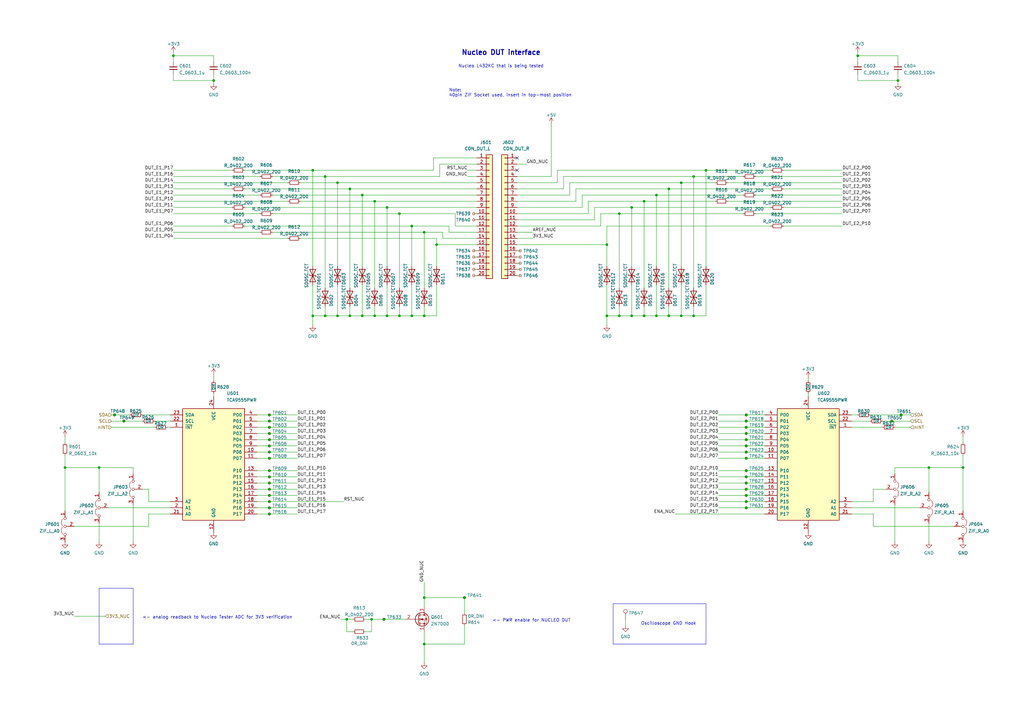
<source format=kicad_sch>
(kicad_sch (version 20231120) (generator "eeschema") (generator_version "8.0")
  (paper "A3")
  (title_block (title "ClickBoard Tester") (date "2023-10-13") (rev "001") (company "Matthias Timo Finding"))
  (junction (at 306.07 175.26))
  (junction (at 148.59 80.01))
  (junction (at 158.75 85.09))
  (junction (at 365.76 172.72))
  (junction (at 110.49 198.12))
  (junction (at 173.99 245.11))
  (junction (at 133.35 129.54))
  (junction (at 264.16 82.55))
  (junction (at 110.49 208.28))
  (junction (at 284.48 72.39))
  (junction (at 306.07 208.28))
  (junction (at 259.08 129.54))
  (junction (at 259.08 85.09))
  (junction (at 269.24 129.54))
  (junction (at 110.49 180.34))
  (junction (at 306.07 198.12))
  (junction (at 50.8 172.72))
  (junction (at 394.97 191.77))
  (junction (at 369.57 170.18))
  (junction (at 254 87.63))
  (junction (at 110.49 193.04))
  (junction (at 279.4 129.54))
  (junction (at 110.49 203.2))
  (junction (at 269.24 80.01))
  (junction (at 138.43 129.54))
  (junction (at 168.91 129.54))
  (junction (at 168.91 92.71))
  (junction (at 157.48 254))
  (junction (at 128.27 129.54))
  (junction (at 148.59 129.54))
  (junction (at 133.35 72.39))
  (junction (at 110.49 177.8))
  (junction (at 110.49 187.96))
  (junction (at 368.3 33.02))
  (junction (at 153.67 129.54))
  (junction (at 143.51 129.54))
  (junction (at 110.49 170.18))
  (junction (at 306.07 187.96))
  (junction (at 306.07 172.72))
  (junction (at 248.92 129.54))
  (junction (at 173.99 264.16))
  (junction (at 110.49 172.72))
  (junction (at 173.99 129.54))
  (junction (at 173.99 95.25))
  (junction (at 381 191.77))
  (junction (at 351.79 22.86))
  (junction (at 110.49 185.42))
  (junction (at 306.07 203.2))
  (junction (at 306.07 170.18))
  (junction (at 254 129.54))
  (junction (at 110.49 182.88))
  (junction (at 158.75 129.54))
  (junction (at 163.83 87.63))
  (junction (at 143.51 77.47))
  (junction (at 142.24 254))
  (junction (at 264.16 129.54))
  (junction (at 306.07 185.42))
  (junction (at 306.07 182.88))
  (junction (at 26.67 191.77))
  (junction (at 274.32 77.47))
  (junction (at 179.07 100.33))
  (junction (at 306.07 177.8))
  (junction (at 306.07 200.66))
  (junction (at 279.4 74.93))
  (junction (at 40.64 191.77))
  (junction (at 128.27 69.85))
  (junction (at 190.5 245.11))
  (junction (at 163.83 129.54))
  (junction (at 110.49 195.58))
  (junction (at 152.4 254))
  (junction (at 71.12 22.86))
  (junction (at 306.07 193.04))
  (junction (at 284.48 129.54))
  (junction (at 138.43 74.93))
  (junction (at 289.56 69.85))
  (junction (at 248.92 100.33))
  (junction (at 110.49 210.82))
  (junction (at 110.49 205.74))
  (junction (at 87.63 33.02))
  (junction (at 306.07 195.58))
  (junction (at 110.49 175.26))
  (junction (at 306.07 205.74))
  (junction (at 46.99 170.18))
  (junction (at 274.32 129.54))
  (junction (at 153.67 82.55))
  (junction (at 306.07 180.34))
  (junction (at 110.49 200.66))
  (no_connect (at 212.09 64.77))
  (no_connect (at 212.09 69.85))
  (wire (pts (xy 233.68 74.93) (xy 279.4 74.93)))
  (wire (pts (xy 158.75 116.84) (xy 158.75 129.54)))
  (wire (pts (xy 163.83 87.63) (xy 163.83 118.11)))
  (wire (pts (xy 157.48 254) (xy 166.37 254)))
  (wire (pts (xy 254 125.73) (xy 254 129.54)))
  (wire (pts (xy 194.31 102.87) (xy 195.58 102.87)))
  (wire (pts (xy 298.45 74.93) (xy 345.44 74.93)))
  (wire (pts (xy 143.51 77.47) (xy 195.58 77.47)))
  (wire (pts (xy 231.14 77.47) (xy 231.14 72.39)))
  (wire (pts (xy 133.35 129.54) (xy 128.27 129.54)))
  (wire (pts (xy 26.67 181.61) (xy 26.67 179.07)))
  (wire (pts (xy 306.07 208.28) (xy 313.69 208.28)))
  (wire (pts (xy 153.67 125.73) (xy 153.67 129.54)))
  (wire (pts (xy 298.45 82.55) (xy 345.44 82.55)))
  (wire (pts (xy 367.03 207.01) (xy 367.03 222.25)))
  (wire (pts (xy 71.12 74.93) (xy 118.11 74.93)))
  (wire (pts (xy 173.99 264.16) (xy 173.99 259.08)))
  (wire (pts (xy 60.96 200.66) (xy 60.96 205.74)))
  (wire (pts (xy 128.27 69.85) (xy 100.33 69.85)))
  (wire (pts (xy 153.67 82.55) (xy 153.67 118.11)))
  (wire (pts (xy 110.49 210.82) (xy 121.92 210.82)))
  (wire (pts (xy 142.24 254) (xy 144.78 254)))
  (wire (pts (xy 306.07 185.42) (xy 313.69 185.42)))
  (wire (pts (xy 163.83 125.73) (xy 163.83 129.54)))
  (wire (pts (xy 68.58 175.26) (xy 69.85 175.26)))
  (wire (pts (xy 351.79 22.86) (xy 351.79 25.4)))
  (wire (pts (xy 381 191.77) (xy 367.03 191.77)))
  (wire (pts (xy 195.58 69.85) (xy 191.77 69.85)))
  (wire (pts (xy 43.18 252.73) (xy 30.48 252.73)))
  (wire (pts (xy 121.92 175.26) (xy 110.49 175.26)))
  (wire (pts (xy 173.99 125.73) (xy 173.99 129.54)))
  (wire (pts (xy 213.36 113.03) (xy 212.09 113.03)))
  (wire (pts (xy 71.12 72.39) (xy 106.68 72.39)))
  (wire (pts (xy 110.49 170.18) (xy 105.41 170.18)))
  (wire (pts (xy 394.97 181.61) (xy 394.97 179.07)))
  (wire (pts (xy 191.77 72.39) (xy 195.58 72.39)))
  (wire (pts (xy 289.56 109.22) (xy 289.56 69.85)))
  (wire (pts (xy 212.09 87.63) (xy 241.3 87.63)))
  (wire (pts (xy 54.61 207.01) (xy 54.61 222.25)))
  (wire (pts (xy 306.07 200.66) (xy 294.64 200.66)))
  (wire (pts (xy 144.78 259.08) (xy 142.24 259.08)))
  (wire (pts (xy 243.84 85.09) (xy 259.08 85.09)))
  (wire (pts (xy 226.06 72.39) (xy 212.09 72.39)))
  (wire (pts (xy 194.31 107.95) (xy 195.58 107.95)))
  (wire (pts (xy 110.49 195.58) (xy 105.41 195.58)))
  (wire (pts (xy 394.97 209.55) (xy 394.97 191.77)))
  (wire (pts (xy 100.33 92.71) (xy 168.91 92.71)))
  (wire (pts (xy 254 129.54) (xy 248.92 129.54)))
  (wire (pts (xy 248.92 100.33) (xy 248.92 109.22)))
  (wire (pts (xy 269.24 116.84) (xy 269.24 129.54)))
  (wire (pts (xy 179.07 100.33) (xy 195.58 100.33)))
  (wire (pts (xy 213.36 105.41) (xy 212.09 105.41)))
  (wire (pts (xy 87.63 25.4) (xy 87.63 22.86)))
  (wire (pts (xy 105.41 200.66) (xy 110.49 200.66)))
  (wire (pts (xy 179.07 116.84) (xy 179.07 129.54)))
  (wire (pts (xy 212.09 97.79) (xy 218.44 97.79)))
  (polyline (pts (xy 40.64 241.3) (xy 54.61 241.3)))
  (wire (pts (xy 306.07 200.66) (xy 313.69 200.66)))
  (wire (pts (xy 194.31 105.41) (xy 195.58 105.41)))
  (wire (pts (xy 381 191.77) (xy 381 201.93)))
  (wire (pts (xy 190.5 245.11) (xy 173.99 245.11)))
  (wire (pts (xy 105.41 185.42) (xy 110.49 185.42)))
  (wire (pts (xy 226.06 50.8) (xy 226.06 72.39)))
  (wire (pts (xy 241.3 82.55) (xy 264.16 82.55)))
  (wire (pts (xy 349.25 172.72) (xy 356.87 172.72)))
  (wire (pts (xy 139.7 254) (xy 142.24 254)))
  (wire (pts (xy 264.16 125.73) (xy 264.16 129.54)))
  (wire (pts (xy 153.67 129.54) (xy 158.75 129.54)))
  (wire (pts (xy 284.48 72.39) (xy 284.48 118.11)))
  (wire (pts (xy 71.12 30.48) (xy 71.12 33.02)))
  (wire (pts (xy 269.24 129.54) (xy 274.32 129.54)))
  (wire (pts (xy 248.92 100.33) (xy 248.92 92.71)))
  (wire (pts (xy 142.24 259.08) (xy 142.24 254)))
  (wire (pts (xy 46.99 170.18) (xy 53.34 170.18)))
  (wire (pts (xy 284.48 129.54) (xy 289.56 129.54)))
  (wire (pts (xy 294.64 195.58) (xy 306.07 195.58)))
  (wire (pts (xy 212.09 92.71) (xy 246.38 92.71)))
  (wire (pts (xy 152.4 254) (xy 149.86 254)))
  (wire (pts (xy 179.07 97.79) (xy 179.07 100.33)))
  (wire (pts (xy 306.07 170.18) (xy 313.69 170.18)))
  (wire (pts (xy 105.41 198.12) (xy 110.49 198.12)))
  (wire (pts (xy 87.63 33.02) (xy 87.63 34.29)))
  (wire (pts (xy 110.49 205.74) (xy 140.97 205.74)))
  (polyline (pts (xy 40.64 264.16) (xy 40.64 241.3)))
  (wire (pts (xy 213.36 102.87) (xy 212.09 102.87)))
  (wire (pts (xy 195.58 92.71) (xy 186.69 92.71)))
  (wire (pts (xy 111.76 80.01) (xy 148.59 80.01)))
  (wire (pts (xy 44.45 208.28) (xy 69.85 208.28)))
  (wire (pts (xy 349.25 175.26) (xy 361.95 175.26)))
  (wire (pts (xy 195.58 97.79) (xy 181.61 97.79)))
  (wire (pts (xy 351.79 21.59) (xy 351.79 22.86)))
  (wire (pts (xy 179.07 100.33) (xy 179.07 109.22)))
  (wire (pts (xy 152.4 259.08) (xy 152.4 254)))
  (wire (pts (xy 284.48 125.73) (xy 284.48 129.54)))
  (wire (pts (xy 213.36 107.95) (xy 212.09 107.95)))
  (wire (pts (xy 264.16 82.55) (xy 293.37 82.55)))
  (wire (pts (xy 195.58 64.77) (xy 177.8 64.77)))
  (wire (pts (xy 87.63 153.67) (xy 87.63 156.21)))
  (wire (pts (xy 168.91 92.71) (xy 168.91 109.22)))
  (wire (pts (xy 133.35 72.39) (xy 133.35 118.11)))
  (wire (pts (xy 394.97 191.77) (xy 394.97 186.69)))
  (wire (pts (xy 143.51 129.54) (xy 138.43 129.54)))
  (wire (pts (xy 212.09 100.33) (xy 248.92 100.33)))
  (wire (pts (xy 236.22 82.55) (xy 236.22 77.47)))
  (wire (pts (xy 212.09 80.01) (xy 233.68 80.01)))
  (wire (pts (xy 105.41 203.2) (xy 110.49 203.2)))
  (wire (pts (xy 105.41 205.74) (xy 110.49 205.74)))
  (wire (pts (xy 168.91 92.71) (xy 184.15 92.71)))
  (wire (pts (xy 58.42 200.66) (xy 60.96 200.66)))
  (wire (pts (xy 105.41 172.72) (xy 110.49 172.72)))
  (wire (pts (xy 264.16 82.55) (xy 264.16 118.11)))
  (wire (pts (xy 194.31 110.49) (xy 195.58 110.49)))
  (wire (pts (xy 40.64 214.63) (xy 40.64 222.25)))
  (wire (pts (xy 63.5 172.72) (xy 69.85 172.72)))
  (wire (pts (xy 368.3 33.02) (xy 368.3 30.48)))
  (wire (pts (xy 177.8 69.85) (xy 128.27 69.85)))
  (wire (pts (xy 306.07 180.34) (xy 294.64 180.34)))
  (wire (pts (xy 149.86 259.08) (xy 152.4 259.08)))
  (wire (pts (xy 215.9 67.31) (xy 212.09 67.31)))
  (wire (pts (xy 105.41 182.88) (xy 110.49 182.88)))
  (wire (pts (xy 306.07 182.88) (xy 313.69 182.88)))
  (wire (pts (xy 168.91 116.84) (xy 168.91 129.54)))
  (wire (pts (xy 256.54 254) (xy 256.54 256.54)))
  (wire (pts (xy 294.64 172.72) (xy 306.07 172.72)))
  (wire (pts (xy 194.31 113.03) (xy 195.58 113.03)))
  (wire (pts (xy 356.87 170.18) (xy 369.57 170.18)))
  (wire (pts (xy 110.49 187.96) (xy 105.41 187.96)))
  (wire (pts (xy 321.31 85.09) (xy 345.44 85.09)))
  (wire (pts (xy 71.12 95.25) (xy 106.68 95.25)))
  (wire (pts (xy 71.12 85.09) (xy 95.25 85.09)))
  (wire (pts (xy 363.22 200.66) (xy 358.14 200.66)))
  (wire (pts (xy 306.07 198.12) (xy 313.69 198.12)))
  (wire (pts (xy 105.41 208.28) (xy 110.49 208.28)))
  (wire (pts (xy 121.92 172.72) (xy 110.49 172.72)))
  (wire (pts (xy 110.49 180.34) (xy 121.92 180.34)))
  (wire (pts (xy 121.92 170.18) (xy 110.49 170.18)))
  (wire (pts (xy 158.75 129.54) (xy 163.83 129.54)))
  (wire (pts (xy 110.49 203.2) (xy 121.92 203.2)))
  (wire (pts (xy 321.31 92.71) (xy 345.44 92.71)))
  (wire (pts (xy 306.07 177.8) (xy 313.69 177.8)))
  (wire (pts (xy 110.49 185.42) (xy 121.92 185.42)))
  (wire (pts (xy 128.27 69.85) (xy 128.27 109.22)))
  (wire (pts (xy 231.14 72.39) (xy 284.48 72.39)))
  (wire (pts (xy 45.72 172.72) (xy 50.8 172.72)))
  (wire (pts (xy 274.32 129.54) (xy 279.4 129.54)))
  (wire (pts (xy 173.99 95.25) (xy 181.61 95.25)))
  (wire (pts (xy 358.14 205.74) (xy 349.25 205.74)))
  (polyline (pts (xy 54.61 241.3) (xy 54.61 264.16)))
  (wire (pts (xy 309.88 72.39) (xy 345.44 72.39)))
  (wire (pts (xy 212.09 77.47) (xy 231.14 77.47)))
  (wire (pts (xy 306.07 208.28) (xy 294.64 208.28)))
  (wire (pts (xy 184.15 95.25) (xy 184.15 92.71)))
  (wire (pts (xy 358.14 210.82) (xy 358.14 215.9)))
  (wire (pts (xy 351.79 30.48) (xy 351.79 33.02)))
  (wire (pts (xy 294.64 175.26) (xy 306.07 175.26)))
  (wire (pts (xy 394.97 191.77) (xy 381 191.77)))
  (wire (pts (xy 367.03 175.26) (xy 373.38 175.26)))
  (wire (pts (xy 228.6 74.93) (xy 228.6 69.85)))
  (wire (pts (xy 110.49 193.04) (xy 105.41 193.04)))
  (wire (pts (xy 143.51 125.73) (xy 143.51 129.54)))
  (wire (pts (xy 358.14 200.66) (xy 358.14 205.74)))
  (wire (pts (xy 138.43 74.93) (xy 195.58 74.93)))
  (wire (pts (xy 306.07 193.04) (xy 313.69 193.04)))
  (wire (pts (xy 173.99 245.11) (xy 173.99 248.92)))
  (wire (pts (xy 123.19 74.93) (xy 138.43 74.93)))
  (wire (pts (xy 138.43 129.54) (xy 133.35 129.54)))
  (wire (pts (xy 190.5 256.54) (xy 190.5 264.16)))
  (wire (pts (xy 369.57 170.18) (xy 373.38 170.18)))
  (wire (pts (xy 274.32 125.73) (xy 274.32 129.54)))
  (wire (pts (xy 289.56 116.84) (xy 289.56 129.54)))
  (wire (pts (xy 289.56 69.85) (xy 316.23 69.85)))
  (wire (pts (xy 128.27 129.54) (xy 128.27 133.35)))
  (wire (pts (xy 351.79 33.02) (xy 368.3 33.02)))
  (wire (pts (xy 368.3 25.4) (xy 368.3 22.86)))
  (wire (pts (xy 306.07 203.2) (xy 313.69 203.2)))
  (wire (pts (xy 269.24 80.01) (xy 304.8 80.01)))
  (wire (pts (xy 306.07 205.74) (xy 294.64 205.74)))
  (polyline (pts (xy 251.46 264.16) (xy 251.46 247.65)))
  (wire (pts (xy 105.41 180.34) (xy 110.49 180.34)))
  (wire (pts (xy 306.07 182.88) (xy 294.64 182.88)))
  (wire (pts (xy 331.47 154.94) (xy 331.47 156.21)))
  (wire (pts (xy 279.4 74.93) (xy 293.37 74.93)))
  (wire (pts (xy 71.12 82.55) (xy 118.11 82.55)))
  (wire (pts (xy 365.76 172.72) (xy 373.38 172.72)))
  (wire (pts (xy 60.96 205.74) (xy 69.85 205.74)))
  (wire (pts (xy 173.99 95.25) (xy 173.99 118.11)))
  (wire (pts (xy 143.51 129.54) (xy 148.59 129.54)))
  (wire (pts (xy 148.59 116.84) (xy 148.59 129.54)))
  (wire (pts (xy 361.95 172.72) (xy 365.76 172.72)))
  (wire (pts (xy 195.58 95.25) (xy 184.15 95.25)))
  (wire (pts (xy 306.07 203.2) (xy 294.64 203.2)))
  (wire (pts (xy 194.31 87.63) (xy 195.58 87.63)))
  (wire (pts (xy 177.8 64.77) (xy 177.8 69.85)))
  (wire (pts (xy 306.07 175.26) (xy 313.69 175.26)))
  (wire (pts (xy 309.88 80.01) (xy 345.44 80.01)))
  (wire (pts (xy 321.31 77.47) (xy 345.44 77.47)))
  (wire (pts (xy 391.16 215.9) (xy 358.14 215.9)))
  (wire (pts (xy 71.12 21.59) (xy 71.12 22.86)))
  (wire (pts (xy 259.08 85.09) (xy 316.23 85.09)))
  (wire (pts (xy 173.99 271.78) (xy 173.99 264.16)))
  (wire (pts (xy 110.49 200.66) (xy 121.92 200.66)))
  (wire (pts (xy 50.8 172.72) (xy 58.42 172.72)))
  (wire (pts (xy 264.16 129.54) (xy 269.24 129.54)))
  (polyline (pts (xy 54.61 264.16) (xy 40.64 264.16)))
  (wire (pts (xy 264.16 129.54) (xy 259.08 129.54)))
  (wire (pts (xy 133.35 125.73) (xy 133.35 129.54)))
  (wire (pts (xy 110.49 182.88) (xy 121.92 182.88)))
  (wire (pts (xy 71.12 33.02) (xy 87.63 33.02)))
  (wire (pts (xy 306.07 172.72) (xy 313.69 172.72)))
  (wire (pts (xy 306.07 187.96) (xy 313.69 187.96)))
  (wire (pts (xy 121.92 198.12) (xy 110.49 198.12)))
  (wire (pts (xy 306.07 205.74) (xy 313.69 205.74)))
  (wire (pts (xy 381 214.63) (xy 381 222.25)))
  (wire (pts (xy 111.76 87.63) (xy 163.83 87.63)))
  (wire (pts (xy 40.64 191.77) (xy 54.61 191.77)))
  (wire (pts (xy 331.47 161.29) (xy 331.47 162.56)))
  (wire (pts (xy 163.83 129.54) (xy 168.91 129.54)))
  (wire (pts (xy 128.27 116.84) (xy 128.27 129.54)))
  (wire (pts (xy 71.12 77.47) (xy 95.25 77.47)))
  (wire (pts (xy 180.34 67.31) (xy 195.58 67.31)))
  (wire (pts (xy 71.12 92.71) (xy 95.25 92.71)))
  (wire (pts (xy 105.41 175.26) (xy 110.49 175.26)))
  (wire (pts (xy 168.91 129.54) (xy 173.99 129.54)))
  (wire (pts (xy 284.48 72.39) (xy 304.8 72.39)))
  (wire (pts (xy 309.88 87.63) (xy 345.44 87.63)))
  (wire (pts (xy 71.12 69.85) (xy 95.25 69.85)))
  (wire (pts (xy 133.35 72.39) (xy 180.34 72.39)))
  (wire (pts (xy 233.68 80.01) (xy 233.68 74.93)))
  (wire (pts (xy 254 118.11) (xy 254 87.63)))
  (wire (pts (xy 148.59 129.54) (xy 153.67 129.54)))
  (wire (pts (xy 26.67 209.55) (xy 26.67 191.77)))
  (wire (pts (xy 349.25 208.28) (xy 377.19 208.28)))
  (wire (pts (xy 123.19 97.79) (xy 179.07 97.79)))
  (wire (pts (xy 246.38 87.63) (xy 254 87.63)))
  (wire (pts (xy 45.72 175.26) (xy 63.5 175.26)))
  (wire (pts (xy 26.67 191.77) (xy 26.67 186.69)))
  (wire (pts (xy 87.63 161.29) (xy 87.63 162.56)))
  (wire (pts (xy 274.32 77.47) (xy 316.23 77.47)))
  (wire (pts (xy 143.51 77.47) (xy 143.51 118.11)))
  (wire (pts (xy 26.67 191.77) (xy 40.64 191.77)))
  (wire (pts (xy 279.4 129.54) (xy 284.48 129.54)))
  (wire (pts (xy 279.4 74.93) (xy 279.4 109.22)))
  (wire (pts (xy 148.59 80.01) (xy 195.58 80.01)))
  (wire (pts (xy 368.3 22.86) (xy 351.79 22.86)))
  (wire (pts (xy 254 87.63) (xy 304.8 87.63)))
  (wire (pts (xy 306.07 180.34) (xy 313.69 180.34)))
  (wire (pts (xy 238.76 80.01) (xy 269.24 80.01)))
  (wire (pts (xy 190.5 264.16) (xy 173.99 264.16)))
  (wire (pts (xy 276.86 210.82) (xy 313.69 210.82)))
  (wire (pts (xy 71.12 97.79) (xy 118.11 97.79)))
  (wire (pts (xy 212.09 85.09) (xy 238.76 85.09)))
  (wire (pts (xy 173.99 129.54) (xy 179.07 129.54)))
  (wire (pts (xy 186.69 92.71) (xy 186.69 87.63)))
  (wire (pts (xy 259.08 116.84) (xy 259.08 129.54)))
  (wire (pts (xy 358.14 210.82) (xy 349.25 210.82)))
  (wire (pts (xy 87.63 22.86) (xy 71.12 22.86)))
  (wire (pts (xy 45.72 170.18) (xy 46.99 170.18)))
  (wire (pts (xy 54.61 194.31) (xy 54.61 191.77)))
  (wire (pts (xy 60.96 210.82) (xy 69.85 210.82)))
  (wire (pts (xy 110.49 187.96) (xy 121.92 187.96)))
  (wire (pts (xy 367.03 194.31) (xy 367.03 191.77)))
  (wire (pts (xy 279.4 116.84) (xy 279.4 129.54)))
  (wire (pts (xy 158.75 85.09) (xy 195.58 85.09)))
  (wire (pts (xy 306.07 177.8) (xy 294.64 177.8)))
  (wire (pts (xy 40.64 191.77) (xy 40.64 201.93)))
  (wire (pts (xy 111.76 72.39) (xy 133.35 72.39)))
  (wire (pts (xy 100.33 77.47) (xy 143.51 77.47)))
  (polyline (pts (xy 251.46 247.65) (xy 289.56 247.65)))
  (wire (pts (xy 306.07 187.96) (xy 294.64 187.96)))
  (wire (pts (xy 105.41 177.8) (xy 110.49 177.8)))
  (wire (pts (xy 243.84 90.17) (xy 243.84 85.09)))
  (wire (pts (xy 110.49 208.28) (xy 121.92 208.28)))
  (wire (pts (xy 138.43 116.84) (xy 138.43 129.54)))
  (wire (pts (xy 158.75 85.09) (xy 158.75 109.22)))
  (wire (pts (xy 71.12 80.01) (xy 106.68 80.01)))
  (wire (pts (xy 100.33 85.09) (xy 158.75 85.09)))
  (wire (pts (xy 248.92 92.71) (xy 316.23 92.71)))
  (wire (pts (xy 173.99 238.76) (xy 173.99 245.11)))
  (wire (pts (xy 274.32 77.47) (xy 274.32 118.11)))
  (wire (pts (xy 153.67 82.55) (xy 195.58 82.55)))
  (wire (pts (xy 30.48 215.9) (xy 60.96 215.9)))
  (polyline (pts (xy 289.56 247.65) (xy 289.56 264.16)))
  (wire (pts (xy 213.36 110.49) (xy 212.09 110.49)))
  (wire (pts (xy 212.09 82.55) (xy 236.22 82.55)))
  (wire (pts (xy 212.09 95.25) (xy 218.44 95.25)))
  (wire (pts (xy 121.92 195.58) (xy 110.49 195.58)))
  (wire (pts (xy 60.96 210.82) (xy 60.96 215.9)))
  (wire (pts (xy 138.43 74.93) (xy 138.43 109.22)))
  (wire (pts (xy 248.92 116.84) (xy 248.92 129.54)))
  (wire (pts (xy 123.19 82.55) (xy 153.67 82.55)))
  (wire (pts (xy 241.3 87.63) (xy 241.3 82.55)))
  (wire (pts (xy 259.08 129.54) (xy 254 129.54)))
  (polyline (pts (xy 289.56 264.16) (xy 251.46 264.16)))
  (wire (pts (xy 259.08 85.09) (xy 259.08 109.22)))
  (wire (pts (xy 306.07 195.58) (xy 313.69 195.58)))
  (wire (pts (xy 152.4 254) (xy 157.48 254)))
  (wire (pts (xy 180.34 72.39) (xy 180.34 67.31)))
  (wire (pts (xy 121.92 193.04) (xy 110.49 193.04)))
  (wire (pts (xy 163.83 87.63) (xy 186.69 87.63)))
  (wire (pts (xy 368.3 33.02) (xy 368.3 34.29)))
  (wire (pts (xy 148.59 80.01) (xy 148.59 109.22)))
  (wire (pts (xy 190.5 251.46) (xy 190.5 245.11)))
  (wire (pts (xy 321.31 69.85) (xy 345.44 69.85)))
  (wire (pts (xy 248.92 129.54) (xy 248.92 133.35)))
  (wire (pts (xy 269.24 80.01) (xy 269.24 109.22)))
  (wire (pts (xy 236.22 77.47) (xy 274.32 77.47)))
  (wire (pts (xy 110.49 210.82) (xy 105.41 210.82)))
  (wire (pts (xy 294.64 193.04) (xy 306.07 193.04)))
  (wire (pts (xy 212.09 74.93) (xy 228.6 74.93)))
  (wire (pts (xy 349.25 170.18) (xy 351.79 170.18)))
  (wire (pts (xy 181.61 97.79) (xy 181.61 95.25)))
  (wire (pts (xy 87.63 33.02) (xy 87.63 30.48)))
  (wire (pts (xy 58.42 170.18) (xy 69.85 170.18)))
  (wire (pts (xy 194.31 90.17) (xy 195.58 90.17)))
  (wire (pts (xy 294.64 170.18) (xy 306.07 170.18)))
  (wire (pts (xy 246.38 92.71) (xy 246.38 87.63)))
  (wire (pts (xy 306.07 185.42) (xy 294.64 185.42)))
  (wire (pts (xy 110.49 177.8) (xy 121.92 177.8)))
  (wire (pts (xy 238.76 85.09) (xy 238.76 80.01)))
  (wire (pts (xy 71.12 87.63) (xy 106.68 87.63)))
  (wire (pts (xy 71.12 22.86) (xy 71.12 25.4)))
  (wire (pts (xy 212.09 90.17) (xy 243.84 90.17)))
  (wire (pts (xy 294.64 198.12) (xy 306.07 198.12)))
  (wire (pts (xy 228.6 69.85) (xy 289.56 69.85)))
  (wire (pts (xy 111.76 95.25) (xy 173.99 95.25)))
  (text "<- analog readback to Nucleo Tester ADC for 3V3 verification\n" (at 58.42 254 0) (effects (font (size 1.27 1.27)) (justify left bottom)))
  (text "Nucleo L432KC that is being tested" (at 187.96 27.94 0) (effects (font (size 1.27 1.27)) (justify left bottom)))
  (text "Oscilloscope GND Hook" (at 262.89 256.54 0) (effects (font (size 1.27 1.27)) (justify left bottom)))
  (text "<- PWR enable for NUCLEO DUT" (at 201.93 255.27 0) (effects (font (size 1.27 1.27)) (justify left bottom)))
  (text "Note:\n40pin ZIF Socket used, insert in top-most position\n " (at 184.15 41.91 0) (effects (font (size 1.27 1.27)) (justify left bottom)))
  (text "Nucleo DUT interface" (at 189.23 22.86 0) (effects (font (size 2 2) (thickness 0.4) (bold yes)) (justify left bottom)))
  (label "DUT_E1_P12" (at 121.92 198.12 0))
  (label "DUT_E1_P11" (at 121.92 195.58 0))
  (label "DUT_E1_P07" (at 71.12 87.63 180))
  (label "DUT_E2_P06" (at 294.64 185.42 180))
  (label "DUT_E1_P11" (at 71.12 85.09 180))
  (label "DUT_E2_P06" (at 345.44 85.09 0))
  (label "DUT_E2_P15" (at 294.64 205.74 180))
  (label "DUT_E2_P12" (at 294.64 198.12 180))
  (label "DUT_E2_P02" (at 345.44 74.93 0))
  (label "ENA_NUC" (at 139.7 254 180))
  (label "DUT_E2_P13" (at 294.64 200.66 180))
  (label "ENA_NUC" (at 276.86 210.82 180))
  (label "DUT_E1_P04" (at 71.12 97.79 180))
  (label "DUT_E2_P14" (at 294.64 203.2 180))
  (label "DUT_E2_P03" (at 345.44 77.47 0))
  (label "DUT_E1_P00" (at 121.92 170.18 0))
  (label "DUT_E1_P07" (at 121.92 187.96 0))
  (label "DUT_E1_P03" (at 121.92 177.8 0))
  (label "DUT_E1_P15" (at 121.92 205.74 0))
  (label "DUT_E1_P01" (at 121.92 172.72 0))
  (label "DUT_E1_P04" (at 121.92 180.34 0))
  (label "DUT_E1_P17" (at 71.12 69.85 180))
  (label "DUT_E2_P10" (at 345.44 92.71 0))
  (label "DUT_E2_P07" (at 294.64 187.96 180))
  (label "DUT_E2_P17" (at 294.64 210.82 180))
  (label "DUT_E1_P05" (at 121.92 182.88 0))
  (label "RST_NUC" (at 140.97 205.74 0))
  (label "DUT_E1_P14" (at 121.92 203.2 0))
  (label "DUT_E2_P03" (at 294.64 177.8 180))
  (label "AREF_NUC" (at 218.44 95.25 0))
  (label "DUT_E2_P04" (at 294.64 180.34 180))
  (label "DUT_E1_P12" (at 71.12 80.01 180))
  (label "DUT_E2_P00" (at 345.44 69.85 0))
  (label "GND_NUC" (at 173.99 238.76 90))
  (label "DUT_E2_P05" (at 345.44 82.55 0))
  (label "DUT_E2_P02" (at 294.64 175.26 180))
  (label "GND_NUC" (at 215.9 67.31 0))
  (label "DUT_E2_P10" (at 294.64 193.04 180))
  (label "DUT_E1_P13" (at 121.92 200.66 0))
  (label "DUT_E1_P13" (at 71.12 77.47 180))
  (label "DUT_E1_P16" (at 121.92 208.28 0))
  (label "DUT_E1_P10" (at 121.92 193.04 0))
  (label "DUT_E2_P01" (at 294.64 172.72 180))
  (label "3V3_NUC" (at 218.44 97.79 0))
  (label "3V3_NUC" (at 30.48 252.73 180))
  (label "DUT_E1_P06" (at 121.92 185.42 0))
  (label "DUT_E1_P06" (at 71.12 92.71 180))
  (label "DUT_E1_P02" (at 121.92 175.26 0))
  (label "DUT_E2_P16" (at 294.64 208.28 180))
  (label "GND_NUC" (at 191.77 72.39 180))
  (label "DUT_E1_P10" (at 71.12 82.55 180))
  (label "DUT_E2_P05" (at 294.64 182.88 180))
  (label "DUT_E2_P07" (at 345.44 87.63 0))
  (label "DUT_E2_P04" (at 345.44 80.01 0))
  (label "DUT_E1_P05" (at 71.12 95.25 180))
  (label "DUT_E2_P00" (at 294.64 170.18 180))
  (label "DUT_E1_P14" (at 71.12 74.93 180))
  (label "DUT_E1_P17" (at 121.92 210.82 0))
  (label "RST_NUC" (at 191.77 69.85 180))
  (label "DUT_E2_P01" (at 345.44 72.39 0))
  (label "DUT_E1_P16" (at 71.12 72.39 180))
  (label "DUT_E2_P11" (at 294.64 195.58 180))
  (hierarchical_label "SDA" (shape input) (at 45.72 170.18 180))
  (hierarchical_label "SDA" (shape input) (at 373.38 170.18 0))
  (hierarchical_label "SCL" (shape input) (at 45.72 172.72 180))
  (hierarchical_label "nINT" (shape input) (at 45.72 175.26 180))
  (hierarchical_label "nINT" (shape input) (at 373.38 175.26 0))
  (hierarchical_label "3V3_NUC" (shape input) (at 43.18 252.73 0))
  (hierarchical_label "SCL" (shape input) (at 373.38 172.72 0))
  (symbol (lib_id "Device:D_TVS") (at 284.48 121.92 90) (unit 1)
    (property "Reference" "D619" (at 287.02 120.65 0) (effects (justify right)))
    (property "Value" "SD05C.TCT" (at 281.94 116.84 0) (effects (justify right)))
    (property "Footprint" "Diode_SMD:D_SOD-323_HandSoldering" (effects (hide yes)))
    (property "LCSC Part #" "C85200" (effects (hide yes)))
  )
  (symbol (lib_id "Connector:TestPoint_Small") (at 306.07 208.28 0) (unit 1)
    (property "Reference" "TP631" (at 307.213 207.3715 0) (effects (justify left)))
    (property "Value" "TestPoint_Small" (effects (hide yes)))
    (property "Footprint" "TestPoint:TestPoint_Pad_D1.0mm" (effects (hide yes)))
  )
  (symbol (lib_id "power:GND") (at 54.61 222.25 0) (unit 1)
    (property "Reference" "#PWR0607" (effects (hide yes)))
    (property "Value" "GND" (at 54.61 226.8125 0))
  )
  (symbol (lib_id "Connector:TestPoint_Small") (at 306.07 172.72 0) (unit 1)
    (property "Reference" "TP618" (at 307.213 171.8115 0) (effects (justify left)))
    (property "Value" "TestPoint_Small" (effects (hide yes)))
    (property "Footprint" "TestPoint:TestPoint_Pad_D1.0mm" (effects (hide yes)))
  )
  (symbol (lib_id "Connector:TestPoint_Small") (at 110.49 175.26 0) (unit 1)
    (property "Reference" "TP603" (at 111.633 174.3515 0) (effects (justify left)))
    (property "Value" "TestPoint_Small" (effects (hide yes)))
    (property "Footprint" "TestPoint:TestPoint_Pad_D1.0mm" (effects (hide yes)))
  )
  (symbol (lib_id "Connector:TestPoint_Small") (at 306.07 205.74 0) (unit 1)
    (property "Reference" "TP630" (at 307.213 204.8315 0) (effects (justify left)))
    (property "Value" "TestPoint_Small" (effects (hide yes)))
    (property "Footprint" "TestPoint:TestPoint_Pad_D1.0mm" (effects (hide yes)))
  )
  (symbol (lib_id "JLCPCB_Resistors_Basic:R_0402_200") (at 307.34 72.39 270) (mirror x) (unit 1)
    (property "Reference" "R617" (at 307.34 67.6869 90))
    (property "Value" "R_0402_200" (at 307.34 70.462 90))
    (property "Footprint" "Resistor_SMD:R_0402_1005Metric" (effects (hide yes)))
    (property "Datasheet" "https://datasheet.lcsc.com/lcsc/2110252230_UNI-ROYAL-Uniroyal-Elec-0402WGF2000TCE_C25087.pdf" (effects (hide yes)))
    (property "LCSC Part #" "C25087" (effects (hide yes)))
  )
  (symbol (lib_id "JLCPCB_Resistors_Basic:R_0603_10k") (at 26.67 184.15 0) (unit 1)
    (property "Reference" "R601" (at 28.1686 183.2415 0) (effects (justify left)))
    (property "Value" "R_0603_10k" (at 28.1686 186.0166 0) (effects (justify left)))
    (property "Footprint" "Resistor_SMD:R_0603_1608Metric" (effects (hide yes)))
    (property "Datasheet" "https://datasheet.lcsc.com/lcsc/2110260030_UNI-ROYAL-Uniroyal-Elec-0603WAF1002T5E_C25804.pdf" (effects (hide yes)))
    (property "LCSC Part #" "C25804" (effects (hide yes)))
  )
  (symbol (lib_id "power:GND") (at 87.63 218.44 0) (unit 1)
    (property "Reference" "#PWR0606" (effects (hide yes)))
    (property "Value" "GND" (at 87.63 223.0025 0))
  )
  (symbol (lib_id "Device:D_TVS") (at 279.4 113.03 90) (unit 1)
    (property "Reference" "D618" (at 281.94 111.76 0) (effects (justify right)))
    (property "Value" "SD05C.TCT" (at 276.86 107.95 0) (effects (justify right)))
    (property "Footprint" "Diode_SMD:D_SOD-323_HandSoldering" (effects (hide yes)))
    (property "LCSC Part #" "C85200" (effects (hide yes)))
  )
  (symbol (lib_id "Connector:TestPoint_Small") (at 194.31 107.95 0) (mirror y) (unit 1)
    (property "Reference" "TP636" (at 193.04 107.95 0) (effects (justify left)))
    (property "Value" "TestPoint_Small" (effects (hide yes)))
    (property "Footprint" "TestPoint:TestPoint_Pad_D1.0mm" (effects (hide yes)))
  )
  (symbol (lib_id "Device:D_TVS") (at 254 121.92 90) (unit 1)
    (property "Reference" "D613" (at 256.54 120.65 0) (effects (justify right)))
    (property "Value" "SD05C.TCT" (at 251.46 116.84 0) (effects (justify right)))
    (property "Footprint" "Diode_SMD:D_SOD-323_HandSoldering" (effects (hide yes)))
    (property "LCSC Part #" "C85200" (effects (hide yes)))
  )
  (symbol (lib_id "Device:D_TVS") (at 148.59 113.03 90) (unit 1)
    (property "Reference" "D605" (at 151.13 111.76 0) (effects (justify right)))
    (property "Value" "SD05C.TCT" (at 146.05 107.95 0) (effects (justify right)))
    (property "Footprint" "Diode_SMD:D_SOD-323_HandSoldering" (effects (hide yes)))
    (property "LCSC Part #" "C85200" (effects (hide yes)))
  )
  (symbol (lib_id "Connector:TestPoint_Small") (at 46.99 170.18 0) (unit 1)
    (property "Reference" "TP648" (at 45.2282 168.6363 0) (effects (justify left)))
    (property "Value" "TestPoint_Small" (effects (hide yes)))
    (property "Footprint" "TestPoint:TestPoint_Pad_D1.0mm" (effects (hide yes)))
  )
  (symbol (lib_id "Device:D_TVS") (at 248.92 113.03 90) (unit 1)
    (property "Reference" "D612" (at 251.46 111.76 0) (effects (justify right)))
    (property "Value" "SD05C.TCT" (at 246.38 107.95 0) (effects (justify right)))
    (property "Footprint" "Diode_SMD:D_SOD-323_HandSoldering" (effects (hide yes)))
    (property "LCSC Part #" "C85200" (effects (hide yes)))
  )
  (symbol (lib_id "power:GND") (at 40.64 222.25 0) (unit 1)
    (property "Reference" "#PWR0603" (effects (hide yes)))
    (property "Value" "GND" (at 40.64 226.8125 0))
  )
  (symbol (lib_id "power:GND") (at 173.99 271.78 0) (unit 1)
    (property "Reference" "#PWR0610" (effects (hide yes)))
    (property "Value" "GND" (at 173.99 276.3425 0))
  )
  (symbol (lib_id "Transistor_FET:2N7000") (at 171.45 254 0) (unit 1)
    (property "Reference" "Q601" (at 176.657 253.0915 0) (effects (justify left)))
    (property "Value" "2N7000" (at 176.657 255.8666 0) (effects (justify left)))
    (property "Footprint" "Package_TO_SOT_THT:TO-92_Inline" (effects (hide yes)))
    (property "Datasheet" "https://www.onsemi.com/pub/Collateral/NDS7002A-D.PDF" (effects (hide yes)))
  )
  (symbol (lib_id "Connector:TestPoint_Small") (at 194.31 113.03 0) (mirror y) (unit 1)
    (property "Reference" "TP638" (at 193.04 113.03 0) (effects (justify left)))
    (property "Value" "TestPoint_Small" (effects (hide yes)))
    (property "Footprint" "TestPoint:TestPoint_Pad_D1.0mm" (effects (hide yes)))
  )
  (symbol (lib_id "Device:D_TVS") (at 158.75 113.03 90) (unit 1)
    (property "Reference" "D607" (at 161.29 111.76 0) (effects (justify right)))
    (property "Value" "SD05C.TCT" (at 156.21 107.95 0) (effects (justify right)))
    (property "Footprint" "Diode_SMD:D_SOD-323_HandSoldering" (effects (hide yes)))
    (property "LCSC Part #" "C85200" (effects (hide yes)))
  )
  (symbol (lib_id "Connector:TestPoint_Small") (at 110.49 200.66 0) (unit 1)
    (property "Reference" "TP612" (at 111.633 199.7515 0) (effects (justify left)))
    (property "Value" "TestPoint_Small" (effects (hide yes)))
    (property "Footprint" "TestPoint:TestPoint_Pad_D1.0mm" (effects (hide yes)))
  )
  (symbol (lib_id "Connector:TestPoint_Small") (at 190.5 245.11 0) (unit 1)
    (property "Reference" "TP641" (at 191.643 244.2015 0) (effects (justify left)))
    (property "Value" "TestPoint_Small" (effects (hide yes)))
    (property "Footprint" "TestPoint:TestPoint_Pad_D1.0mm" (effects (hide yes)))
  )
  (symbol (lib_id "power:GND") (at 368.3 34.29 0) (unit 1)
    (property "Reference" "#PWR0620" (effects (hide yes)))
    (property "Value" "GND" (at 368.3 38.8525 0))
  )
  (symbol (lib_id "Connector:TestPoint_Small") (at 213.36 107.95 0) (unit 1)
    (property "Reference" "TP644" (at 214.63 107.95 0) (effects (justify left)))
    (property "Value" "TestPoint_Small" (effects (hide yes)))
    (property "Footprint" "TestPoint:TestPoint_Pad_D1.0mm" (effects (hide yes)))
  )
  (symbol (lib_id "Jumper:Jumper_3_Open") (at 40.64 208.28 90) (mirror x) (unit 1)
    (property "Reference" "JP602" (at 38.5059 207.3715 90) (effects (justify left)))
    (property "Value" "ZIF_L_A1" (at 38.5059 210.1466 90) (effects (justify left)))
    (property "Footprint" "Jumper:SolderJumper-3_P1.3mm_Open_RoundedPad1.0x1.5mm" (effects (hide yes)))
  )
  (symbol (lib_id "power:GND") (at 256.54 256.54 0) (unit 1)
    (property "Reference" "#PWR0621" (effects (hide yes)))
    (property "Value" "GND" (at 256.54 261.1025 0))
  )
  (symbol (lib_id "JLCPCB_Resistors_Basic:R_0402_200") (at 318.77 92.71 270) (mirror x) (unit 1)
    (property "Reference" "R623" (at 318.77 88.0069 90))
    (property "Value" "R_0402_200" (at 318.77 90.782 90))
    (property "Footprint" "Resistor_SMD:R_0402_1005Metric" (effects (hide yes)))
    (property "Datasheet" "https://datasheet.lcsc.com/lcsc/2110252230_UNI-ROYAL-Uniroyal-Elec-0402WGF2000TCE_C25087.pdf" (effects (hide yes)))
    (property "LCSC Part #" "C25087" (effects (hide yes)))
  )
  (symbol (lib_id "Connector:TestPoint_Small") (at 306.07 180.34 0) (unit 1)
    (property "Reference" "TP621" (at 307.213 179.4315 0) (effects (justify left)))
    (property "Value" "TestPoint_Small" (effects (hide yes)))
    (property "Footprint" "TestPoint:TestPoint_Pad_D1.0mm" (effects (hide yes)))
  )
  (symbol (lib_id "JLCPCB_Resistors_Basic:R_0402_200") (at 109.22 95.25 90) (unit 1)
    (property "Reference" "R609" (at 109.22 90.5469 90))
    (property "Value" "R_0402_200" (at 109.22 93.322 90))
    (property "Footprint" "Resistor_SMD:R_0402_1005Metric" (effects (hide yes)))
    (property "Datasheet" "https://datasheet.lcsc.com/lcsc/2110252230_UNI-ROYAL-Uniroyal-Elec-0402WGF2000TCE_C25087.pdf" (effects (hide yes)))
    (property "LCSC Part #" "C25087" (effects (hide yes)))
  )
  (symbol (lib_id "Connector:TestPoint_Small") (at 110.49 198.12 0) (unit 1)
    (property "Reference" "TP611" (at 111.633 197.2115 0) (effects (justify left)))
    (property "Value" "TestPoint_Small" (effects (hide yes)))
    (property "Footprint" "TestPoint:TestPoint_Pad_D1.0mm" (effects (hide yes)))
  )
  (symbol (lib_id "Connector:TestPoint_Small") (at 110.49 185.42 0) (unit 1)
    (property "Reference" "TP607" (at 111.633 184.5115 0) (effects (justify left)))
    (property "Value" "TestPoint_Small" (effects (hide yes)))
    (property "Footprint" "TestPoint:TestPoint_Pad_D1.0mm" (effects (hide yes)))
  )
  (symbol (lib_id "power:+3V3") (at 87.63 153.67 0) (unit 1)
    (property "Reference" "#PWR0605" (effects (hide yes)))
    (property "Value" "+3V3" (at 87.63 150.0655 0))
  )
  (symbol (lib_id "JLCPCB_Resistors_Basic:R_0402_200") (at 109.22 80.01 90) (unit 1)
    (property "Reference" "R607" (at 109.22 75.3069 90))
    (property "Value" "R_0402_200" (at 109.22 78.082 90))
    (property "Footprint" "Resistor_SMD:R_0402_1005Metric" (effects (hide yes)))
    (property "Datasheet" "https://datasheet.lcsc.com/lcsc/2110252230_UNI-ROYAL-Uniroyal-Elec-0402WGF2000TCE_C25087.pdf" (effects (hide yes)))
    (property "LCSC Part #" "C25087" (effects (hide yes)))
  )
  (symbol (lib_id "Device:R_Small") (at 190.5 254 0) (unit 1)
    (property "Reference" "R614" (at 191.77 255.27 0) (effects (justify left)))
    (property "Value" "0R_DNI" (at 191.77 252.73 0) (effects (justify left)))
    (property "Footprint" "Resistor_SMD:R_0603_1608Metric_Pad0.98x0.95mm_HandSolder" (effects (hide yes)))
    (property "LCSC Part #" "C21189" (effects (hide yes)))
  )
  (symbol (lib_id "power:GND") (at 87.63 34.29 0) (unit 1)
    (property "Reference" "#PWR0608" (effects (hide yes)))
    (property "Value" "GND" (at 87.63 38.8525 0))
  )
  (symbol (lib_id "JLCPCB_Resistors_Basic:R_0402_200") (at 318.77 77.47 270) (mirror x) (unit 1)
    (property "Reference" "R621" (at 318.77 72.7669 90))
    (property "Value" "R_0402_200" (at 318.77 75.542 90))
    (property "Footprint" "Resistor_SMD:R_0402_1005Metric" (effects (hide yes)))
    (property "Datasheet" "https://datasheet.lcsc.com/lcsc/2110252230_UNI-ROYAL-Uniroyal-Elec-0402WGF2000TCE_C25087.pdf" (effects (hide yes)))
    (property "LCSC Part #" "C25087" (effects (hide yes)))
  )
  (symbol (lib_id "Connector:TestPoint_Small") (at 110.49 193.04 0) (unit 1)
    (property "Reference" "TP609" (at 111.633 192.1315 0) (effects (justify left)))
    (property "Value" "TestPoint_Small" (effects (hide yes)))
    (property "Footprint" "TestPoint:TestPoint_Pad_D1.0mm" (effects (hide yes)))
  )
  (symbol (lib_id "Connector:TestPoint_Small") (at 306.07 170.18 0) (unit 1)
    (property "Reference" "TP617" (at 307.213 169.2715 0) (effects (justify left)))
    (property "Value" "TestPoint_Small" (effects (hide yes)))
    (property "Footprint" "TestPoint:TestPoint_Pad_D1.0mm" (effects (hide yes)))
  )
  (symbol (lib_id "Connector:TestPoint_Small") (at 194.31 87.63 0) (mirror y) (unit 1)
    (property "Reference" "TP639" (at 193.04 87.63 0) (effects (justify left)))
    (property "Value" "TestPoint_Small" (effects (hide yes)))
    (property "Footprint" "TestPoint:TestPoint_Pad_D1.0mm" (effects (hide yes)))
  )
  (symbol (lib_id "Connector:TestPoint_Small") (at 306.07 203.2 0) (unit 1)
    (property "Reference" "TP629" (at 307.213 202.2915 0) (effects (justify left)))
    (property "Value" "TestPoint_Small" (effects (hide yes)))
    (property "Footprint" "TestPoint:TestPoint_Pad_D1.0mm" (effects (hide yes)))
  )
  (symbol (lib_id "power:GND") (at 248.92 133.35 0) (unit 1)
    (property "Reference" "#PWR0612" (effects (hide yes)))
    (property "Value" "GND" (at 248.92 137.9125 0))
  )
  (symbol (lib_id "JLCPCB_Resistors_Basic:R_0402_200") (at 97.79 77.47 90) (unit 1)
    (property "Reference" "R603" (at 97.79 72.7669 90))
    (property "Value" "R_0402_200" (at 97.79 75.542 90))
    (property "Footprint" "Resistor_SMD:R_0402_1005Metric" (effects (hide yes)))
    (property "Datasheet" "https://datasheet.lcsc.com/lcsc/2110252230_UNI-ROYAL-Uniroyal-Elec-0402WGF2000TCE_C25087.pdf" (effects (hide yes)))
    (property "LCSC Part #" "C25087" (effects (hide yes)))
  )
  (symbol (lib_id "power:+3V3") (at 331.47 154.94 0) (unit 1)
    (property "Reference" "#PWR0617" (effects (hide yes)))
    (property "Value" "+3V3" (at 331.47 151.3355 0))
  )
  (symbol (lib_id "Connector:TestPoint_Small") (at 110.49 203.2 0) (unit 1)
    (property "Reference" "TP613" (at 111.633 202.2915 0) (effects (justify left)))
    (property "Value" "TestPoint_Small" (effects (hide yes)))
    (property "Footprint" "TestPoint:TestPoint_Pad_D1.0mm" (effects (hide yes)))
  )
  (symbol (lib_id "Device:D_TVS") (at 173.99 121.92 90) (unit 1)
    (property "Reference" "D610" (at 176.53 120.65 0) (effects (justify right)))
    (property "Value" "SD05C.TCT" (at 171.45 116.84 0) (effects (justify right)))
    (property "Footprint" "Diode_SMD:D_SOD-323_HandSoldering" (effects (hide yes)))
    (property "LCSC Part #" "C85200" (effects (hide yes)))
  )
  (symbol (lib_id "Jumper:Jumper_3_Open") (at 381 208.28 270) (unit 1)
    (property "Reference" "JP605" (at 383.1342 207.3715 90) (effects (justify left)))
    (property "Value" "ZIF_R_A1" (at 383.1342 210.1466 90) (effects (justify left)))
    (property "Footprint" "Jumper:SolderJumper-3_P1.3mm_Open_RoundedPad1.0x1.5mm" (effects (hide yes)))
  )
  (symbol (lib_id "Device:D_TVS") (at 259.08 113.03 90) (unit 1)
    (property "Reference" "D614" (at 261.62 111.76 0) (effects (justify right)))
    (property "Value" "SD05C.TCT" (at 256.54 107.95 0) (effects (justify right)))
    (property "Footprint" "Diode_SMD:D_SOD-323_HandSoldering" (effects (hide yes)))
    (property "LCSC Part #" "C85200" (effects (hide yes)))
  )
  (symbol (lib_id "Connector:TestPoint_Small") (at 306.07 198.12 0) (unit 1)
    (property "Reference" "TP627" (at 307.213 197.2115 0) (effects (justify left)))
    (property "Value" "TestPoint_Small" (effects (hide yes)))
    (property "Footprint" "TestPoint:TestPoint_Pad_D1.0mm" (effects (hide yes)))
  )
  (symbol (lib_id "Jumper:Jumper_3_Open") (at 394.97 215.9 270) (unit 1)
    (property "Reference" "JP604" (at 397.1042 214.9915 90) (effects (justify left)))
    (property "Value" "ZIF_R_A0" (at 397.1042 217.7666 90) (effects (justify left)))
    (property "Footprint" "Jumper:SolderJumper-3_P1.3mm_Open_RoundedPad1.0x1.5mm" (effects (hide yes)))
  )
  (symbol (lib_id "power:+3V3") (at 394.97 179.07 0) (mirror y) (unit 1)
    (property "Reference" "#PWR0613" (effects (hide yes)))
    (property "Value" "+3V3" (at 394.97 175.4655 0))
  )
  (symbol (lib_id "Device:D_TVS") (at 143.51 121.92 90) (unit 1)
    (property "Reference" "D604" (at 146.05 120.65 0) (effects (justify right)))
    (property "Value" "SD05C.TCT" (at 140.97 116.84 0) (effects (justify right)))
    (property "Footprint" "Diode_SMD:D_SOD-323_HandSoldering" (effects (hide yes)))
    (property "LCSC Part #" "C85200" (effects (hide yes)))
  )
  (symbol (lib_id "Connector:TestPoint_Small") (at 110.49 172.72 0) (unit 1)
    (property "Reference" "TP602" (at 111.633 171.8115 0) (effects (justify left)))
    (property "Value" "TestPoint_Small" (effects (hide yes)))
    (property "Footprint" "TestPoint:TestPoint_Pad_D1.0mm" (effects (hide yes)))
  )
  (symbol (lib_id "JLCPCB_Resistors_Basic:R_0402_200") (at 307.34 80.01 270) (mirror x) (unit 1)
    (property "Reference" "R618" (at 307.34 75.3069 90))
    (property "Value" "R_0402_200" (at 307.34 78.082 90))
    (property "Footprint" "Resistor_SMD:R_0402_1005Metric" (effects (hide yes)))
    (property "Datasheet" "https://datasheet.lcsc.com/lcsc/2110252230_UNI-ROYAL-Uniroyal-Elec-0402WGF2000TCE_C25087.pdf" (effects (hide yes)))
    (property "LCSC Part #" "C25087" (effects (hide yes)))
  )
  (symbol (lib_id "Connector:TestPoint_Small") (at 306.07 175.26 0) (unit 1)
    (property "Reference" "TP619" (at 307.213 174.3515 0) (effects (justify left)))
    (property "Value" "TestPoint_Small" (effects (hide yes)))
    (property "Footprint" "TestPoint:TestPoint_Pad_D1.0mm" (effects (hide yes)))
  )
  (symbol (lib_id "Connector:TestPoint_Small") (at 213.36 105.41 0) (unit 1)
    (property "Reference" "TP643" (at 214.63 105.41 0) (effects (justify left)))
    (property "Value" "TestPoint_Small" (effects (hide yes)))
    (property "Footprint" "TestPoint:TestPoint_Pad_D1.0mm" (effects (hide yes)))
  )
  (symbol (lib_id "Connector:TestPoint_Small") (at 110.49 187.96 0) (unit 1)
    (property "Reference" "TP608" (at 111.633 187.0515 0) (effects (justify left)))
    (property "Value" "TestPoint_Small" (effects (hide yes)))
    (property "Footprint" "TestPoint:TestPoint_Pad_D1.0mm" (effects (hide yes)))
  )
  (symbol (lib_id "Device:D_TVS") (at 274.32 121.92 90) (unit 1)
    (property "Reference" "D617" (at 276.86 120.65 0) (effects (justify right)))
    (property "Value" "SD05C.TCT" (at 271.78 116.84 0) (effects (justify right)))
    (property "Footprint" "Diode_SMD:D_SOD-323_HandSoldering" (effects (hide yes)))
    (property "LCSC Part #" "C85200" (effects (hide yes)))
  )
  (symbol (lib_id "Connector:TestPoint_Small") (at 50.8 172.72 0) (unit 1)
    (property "Reference" "TP649" (at 49.0063 171.3168 0) (effects (justify left)))
    (property "Value" "TestPoint_Small" (effects (hide yes)))
    (property "Footprint" "TestPoint:TestPoint_Pad_D1.0mm" (effects (hide yes)))
  )
  (symbol (lib_id "Connector:TestPoint_Small") (at 110.49 177.8 0) (unit 1)
    (property "Reference" "TP604" (at 111.633 176.8915 0) (effects (justify left)))
    (property "Value" "TestPoint_Small" (effects (hide yes)))
    (property "Footprint" "TestPoint:TestPoint_Pad_D1.0mm" (effects (hide yes)))
  )
  (symbol (lib_id "Interface_Expansion:TCA9555PWR") (at 87.63 190.5 0) (unit 1)
    (property "Reference" "U601" (at 92.9388 161.29 0) (effects (justify left)))
    (property "Value" "TCA9555PWR" (at 92.9388 164.0651 0) (effects (justify left)))
    (property "Footprint" "Package_SO:TSSOP-24_4.4x7.8mm_P0.65mm" (effects (hide yes)))
    (property "Datasheet" "http://www.ti.com/lit/ds/symlink/tca9555.pdf" (effects (hide yes)))
  )
  (symbol (lib_id "JLCPCB_Resistors_Basic:R_0402_200") (at 147.32 254 90) (unit 1)
    (property "Reference" "R613" (at 147.32 249.2969 90))
    (property "Value" "R_0402_200" (at 147.32 252.072 90))
    (property "Footprint" "Resistor_SMD:R_0402_1005Metric" (effects (hide yes)))
    (property "Datasheet" "https://datasheet.lcsc.com/lcsc/2110252230_UNI-ROYAL-Uniroyal-Elec-0402WGF2000TCE_C25087.pdf" (effects (hide yes)))
    (property "LCSC Part #" "C25087" (effects (hide yes)))
  )
  (symbol (lib_id "Connector:TestPoint_Small") (at 213.36 113.03 0) (unit 1)
    (property "Reference" "TP646" (at 214.63 113.03 0) (effects (justify left)))
    (property "Value" "TestPoint_Small" (effects (hide yes)))
    (property "Footprint" "TestPoint:TestPoint_Pad_D1.0mm" (effects (hide yes)))
  )
  (symbol (lib_id "JLCPCB_Resistors_Basic:R_0402_200") (at 120.65 74.93 90) (unit 1)
    (property "Reference" "R610" (at 120.65 70.2269 90))
    (property "Value" "R_0402_200" (at 120.65 73.002 90))
    (property "Footprint" "Resistor_SMD:R_0402_1005Metric" (effects (hide yes)))
    (property "Datasheet" "https://datasheet.lcsc.com/lcsc/2110252230_UNI-ROYAL-Uniroyal-Elec-0402WGF2000TCE_C25087.pdf" (effects (hide yes)))
    (property "LCSC Part #" "C25087" (effects (hide yes)))
  )
  (symbol (lib_id "Device:D_TVS") (at 153.67 121.92 90) (unit 1)
    (property "Reference" "D606" (at 156.21 120.65 0) (effects (justify right)))
    (property "Value" "SD05C.TCT" (at 151.13 116.84 0) (effects (justify right)))
    (property "Footprint" "Diode_SMD:D_SOD-323_HandSoldering" (effects (hide yes)))
    (property "LCSC Part #" "C85200" (effects (hide yes)))
  )
  (symbol (lib_id "JLCPCB_Resistors_Basic:R_0402_200") (at 97.79 92.71 90) (unit 1)
    (property "Reference" "R605" (at 97.79 88.0069 90))
    (property "Value" "R_0402_200" (at 97.79 90.782 90))
    (property "Footprint" "Resistor_SMD:R_0402_1005Metric" (effects (hide yes)))
    (property "Datasheet" "https://datasheet.lcsc.com/lcsc/2110252230_UNI-ROYAL-Uniroyal-Elec-0402WGF2000TCE_C25087.pdf" (effects (hide yes)))
    (property "LCSC Part #" "C25087" (effects (hide yes)))
  )
  (symbol (lib_id "Device:D_TVS") (at 163.83 121.92 90) (unit 1)
    (property "Reference" "D608" (at 166.37 120.65 0) (effects (justify right)))
    (property "Value" "SD05C.TCT" (at 161.29 116.84 0) (effects (justify right)))
    (property "Footprint" "Diode_SMD:D_SOD-323_HandSoldering" (effects (hide yes)))
    (property "LCSC Part #" "C85200" (effects (hide yes)))
  )
  (symbol (lib_id "Connector:TestPoint_Small") (at 213.36 102.87 0) (unit 1)
    (property "Reference" "TP642" (at 214.63 102.87 0) (effects (justify left)))
    (property "Value" "TestPoint_Small" (effects (hide yes)))
    (property "Footprint" "TestPoint:TestPoint_Pad_D1.0mm" (effects (hide yes)))
  )
  (symbol (lib_id "power:GND") (at 128.27 133.35 0) (unit 1)
    (property "Reference" "#PWR0609" (effects (hide yes)))
    (property "Value" "GND" (at 128.27 137.9125 0))
  )
  (symbol (lib_id "Connector:TestPoint_Small") (at 194.31 110.49 0) (mirror y) (unit 1)
    (property "Reference" "TP637" (at 193.04 110.49 0) (effects (justify left)))
    (property "Value" "TestPoint_Small" (effects (hide yes)))
    (property "Footprint" "TestPoint:TestPoint_Pad_D1.0mm" (effects (hide yes)))
  )
  (symbol (lib_id "JLCPCB_Resistors_Basic:R_0402_200") (at 109.22 72.39 90) (unit 1)
    (property "Reference" "R606" (at 109.22 67.6869 90))
    (property "Value" "R_0402_200" (at 109.22 70.462 90))
    (property "Footprint" "Resistor_SMD:R_0402_1005Metric" (effects (hide yes)))
    (property "Datasheet" "https://datasheet.lcsc.com/lcsc/2110252230_UNI-ROYAL-Uniroyal-Elec-0402WGF2000TCE_C25087.pdf" (effects (hide yes)))
    (property "LCSC Part #" "C25087" (effects (hide yes)))
  )
  (symbol (lib_id "Interface_Expansion:TCA9555PWR") (at 331.47 190.5 0) (mirror y) (unit 1)
    (property "Reference" "U602" (at 335.28 161.29 0) (effects (justify right)))
    (property "Value" "TCA9555PWR" (at 335.28 164.0651 0) (effects (justify right)))
    (property "Footprint" "Package_SO:TSSOP-24_4.4x7.8mm_P0.65mm" (effects (hide yes)))
    (property "Datasheet" "http://www.ti.com/lit/ds/symlink/tca9555.pdf" (effects (hide yes)))
  )
  (symbol (lib_id "Device:D_TVS") (at 168.91 113.03 90) (unit 1)
    (property "Reference" "D609" (at 171.45 111.76 0) (effects (justify right)))
    (property "Value" "SD05C.TCT" (at 166.37 107.95 0) (effects (justify right)))
    (property "Footprint" "Diode_SMD:D_SOD-323_HandSoldering" (effects (hide yes)))
    (property "LCSC Part #" "C85200" (effects (hide yes)))
  )
  (symbol (lib_id "JLCPCB_Capacitors_Basic:C_0603_100n") (at 368.3 27.94 0) (unit 1)
    (property "Reference" "C604" (at 370.6241 27.0315 0) (effects (justify left)))
    (property "Value" "C_0603_100n" (at 370.6241 29.8066 0) (effects (justify left)))
    (property "Footprint" "Capacitor_SMD:C_0603_1608Metric" (effects (hide yes)))
    (property "Datasheet" "https://datasheet.lcsc.com/lcsc/1809301912_YAGEO-CC0603KRX7R9BB104_C14663.pdf" (effects (hide yes)))
    (property "LCSC Part #" "C14663" (effects (hide yes)))
  )
  (symbol (lib_id "Connector:TestPoint_Small") (at 110.49 210.82 0) (unit 1)
    (property "Reference" "TP616" (at 111.633 209.9115 0) (effects (justify left)))
    (property "Value" "TestPoint_Small" (effects (hide yes)))
    (property "Footprint" "TestPoint:TestPoint_Pad_D1.0mm" (effects (hide yes)))
  )
  (symbol (lib_id "Device:R_Small") (at 364.49 175.26 90) (unit 1)
    (property "Reference" "R632" (at 366.9977 173.6803 90) (effects (justify left)))
    (property "Value" "0R" (at 365.76 175.26 90) (effects (justify left)))
    (property "Footprint" "Resistor_SMD:R_0603_1608Metric_Pad0.98x0.95mm_HandSolder" (effects (hide yes)))
    (property "LCSC Part #" "C21189" (effects (hide yes)))
  )
  (symbol (lib_id "power:GND") (at 381 222.25 0) (mirror y) (unit 1)
    (property "Reference" "#PWR0615" (effects (hide yes)))
    (property "Value" "GND" (at 381 226.8125 0))
  )
  (symbol (lib_id "JLCPCB_Resistors_Basic:R_0402_200") (at 97.79 69.85 90) (unit 1)
    (property "Reference" "R602" (at 97.79 65.1469 90))
    (property "Value" "R_0402_200" (at 97.79 67.922 90))
    (property "Footprint" "Resistor_SMD:R_0402_1005Metric" (effects (hide yes)))
    (property "Datasheet" "https://datasheet.lcsc.com/lcsc/2110252230_UNI-ROYAL-Uniroyal-Elec-0402WGF2000TCE_C25087.pdf" (effects (hide yes)))
    (property "LCSC Part #" "C25087" (effects (hide yes)))
  )
  (symbol (lib_id "Device:R_Small") (at 55.88 170.18 90) (unit 1)
    (property "Reference" "R625" (at 58.2198 168.5865 90) (effects (justify left)))
    (property "Value" "0R" (at 57.15 170.18 90) (effects (justify left)))
    (property "Footprint" "Resistor_SMD:R_0603_1608Metric_Pad0.98x0.95mm_HandSolder" (effects (hide yes)))
    (property "LCSC Part #" "C21189" (effects (hide yes)))
  )
  (symbol (lib_id "Connector:TestPoint_Small") (at 306.07 182.88 0) (unit 1)
    (property "Reference" "TP622" (at 307.213 181.9715 0) (effects (justify left)))
    (property "Value" "TestPoint_Small" (effects (hide yes)))
    (property "Footprint" "TestPoint:TestPoint_Pad_D1.0mm" (effects (hide yes)))
  )
  (symbol (lib_id "Device:R_Small") (at 147.32 259.08 270) (unit 1)
    (property "Reference" "R633" (at 146.05 261.62 90) (effects (justify left)))
    (property "Value" "0R_DNI" (at 143.9554 263.9026 90) (effects (justify left)))
    (property "Footprint" "Resistor_SMD:R_0603_1608Metric_Pad0.98x0.95mm_HandSolder" (effects (hide yes)))
    (property "LCSC Part #" "C21189" (effects (hide yes)))
  )
  (symbol (lib_id "Device:R_Small") (at 60.96 172.72 90) (unit 1)
    (property "Reference" "R626" (at 63.2998 171.1265 90) (effects (justify left)))
    (property "Value" "0R" (at 62.23 172.72 90) (effects (justify left)))
    (property "Footprint" "Resistor_SMD:R_0603_1608Metric_Pad0.98x0.95mm_HandSolder" (effects (hide yes)))
    (property "LCSC Part #" "C21189" (effects (hide yes)))
  )
  (symbol (lib_id "Connector:TestPoint_Small") (at 110.49 205.74 0) (unit 1)
    (property "Reference" "TP614" (at 111.633 204.8315 0) (effects (justify left)))
    (property "Value" "TestPoint_Small" (effects (hide yes)))
    (property "Footprint" "TestPoint:TestPoint_Pad_D1.0mm" (effects (hide yes)))
  )
  (symbol (lib_id "JLCPCB_Resistors_Basic:R_0402_200") (at 295.91 82.55 270) (mirror x) (unit 1)
    (property "Reference" "R616" (at 295.91 77.8469 90))
    (property "Value" "R_0402_200" (at 295.91 80.622 90))
    (property "Footprint" "Resistor_SMD:R_0402_1005Metric" (effects (hide yes)))
    (property "Datasheet" "https://datasheet.lcsc.com/lcsc/2110252230_UNI-ROYAL-Uniroyal-Elec-0402WGF2000TCE_C25087.pdf" (effects (hide yes)))
    (property "LCSC Part #" "C25087" (effects (hide yes)))
  )
  (symbol (lib_id "Connector:TestPoint_Small") (at 110.49 182.88 0) (unit 1)
    (property "Reference" "TP606" (at 111.633 181.9715 0) (effects (justify left)))
    (property "Value" "TestPoint_Small" (effects (hide yes)))
    (property "Footprint" "TestPoint:TestPoint_Pad_D1.0mm" (effects (hide yes)))
  )
  (symbol (lib_id "Connector:TestPoint_Small") (at 110.49 170.18 0) (unit 1)
    (property "Reference" "TP601" (at 111.633 169.2715 0) (effects (justify left)))
    (property "Value" "TestPoint_Small" (effects (hide yes)))
    (property "Footprint" "TestPoint:TestPoint_Pad_D1.0mm" (effects (hide yes)))
  )
  (symbol (lib_id "JLCPCB_Capacitors_Basic:C_0603_1u") (at 71.12 27.94 0) (unit 1)
    (property "Reference" "C601" (at 73.4441 27.0315 0) (effects (justify left)))
    (property "Value" "C_0603_1u" (at 73.4441 29.8066 0) (effects (justify left)))
    (property "Footprint" "Capacitor_SMD:C_0603_1608Metric" (effects (hide yes)))
    (property "Datasheet" "https://datasheet.lcsc.com/lcsc/1810261812_Samsung-Electro-Mechanics-CL10A105KB8NNNC_C15849.pdf" (effects (hide yes)))
    (property "LCSC Part #" "C15849" (effects (hide yes)))
  )
  (symbol (lib_id "power:+3V3") (at 351.79 21.59 0) (unit 1)
    (property "Reference" "#PWR0616" (effects (hide yes)))
    (property "Value" "+3V3" (at 351.79 17.9855 0))
  )
  (symbol (lib_id "Connector:TestPoint_Small") (at 110.49 208.28 0) (unit 1)
    (property "Reference" "TP615" (at 111.633 207.3715 0) (effects (justify left)))
    (property "Value" "TestPoint_Small" (effects (hide yes)))
    (property "Footprint" "TestPoint:TestPoint_Pad_D1.0mm" (effects (hide yes)))
  )
  (symbol (lib_id "Connector:TestPoint_Small") (at 194.31 102.87 0) (mirror y) (unit 1)
    (property "Reference" "TP634" (at 193.04 102.87 0) (effects (justify left)))
    (property "Value" "TestPoint_Small" (effects (hide yes)))
    (property "Footprint" "TestPoint:TestPoint_Pad_D1.0mm" (effects (hide yes)))
  )
  (symbol (lib_id "Connector:TestPoint_Small") (at 369.57 170.18 0) (unit 1)
    (property "Reference" "TP651" (at 367.7763 168.7768 0) (effects (justify left)))
    (property "Value" "TestPoint_Small" (effects (hide yes)))
    (property "Footprint" "TestPoint:TestPoint_Pad_D1.0mm" (effects (hide yes)))
  )
  (symbol (lib_id "power:GND") (at 331.47 218.44 0) (unit 1)
    (property "Reference" "#PWR0618" (effects (hide yes)))
    (property "Value" "GND" (at 331.47 223.0025 0))
  )
  (symbol (lib_id "JLCPCB_Resistors_Basic:R_0402_200") (at 295.91 74.93 270) (mirror x) (unit 1)
    (property "Reference" "R615" (at 295.91 70.2269 90))
    (property "Value" "R_0402_200" (at 295.91 73.002 90))
    (property "Footprint" "Resistor_SMD:R_0402_1005Metric" (effects (hide yes)))
    (property "Datasheet" "https://datasheet.lcsc.com/lcsc/2110252230_UNI-ROYAL-Uniroyal-Elec-0402WGF2000TCE_C25087.pdf" (effects (hide yes)))
    (property "LCSC Part #" "C25087" (effects (hide yes)))
  )
  (symbol (lib_id "power:+3V3") (at 26.67 179.07 0) (unit 1)
    (property "Reference" "#PWR0601" (effects (hide yes)))
    (property "Value" "+3V3" (at 26.67 175.4655 0))
  )
  (symbol (lib_id "Connector:TestPoint_Small") (at 110.49 180.34 0) (unit 1)
    (property "Reference" "TP605" (at 111.633 179.4315 0) (effects (justify left)))
    (property "Value" "TestPoint_Small" (effects (hide yes)))
    (property "Footprint" "TestPoint:TestPoint_Pad_D1.0mm" (effects (hide yes)))
  )
  (symbol (lib_id "Connector:TestPoint_Small") (at 194.31 105.41 0) (mirror y) (unit 1)
    (property "Reference" "TP635" (at 193.04 105.41 0) (effects (justify left)))
    (property "Value" "TestPoint_Small" (effects (hide yes)))
    (property "Footprint" "TestPoint:TestPoint_Pad_D1.0mm" (effects (hide yes)))
  )
  (symbol (lib_id "Connector:TestPoint_Small") (at 306.07 193.04 0) (unit 1)
    (property "Reference" "TP625" (at 307.213 192.1315 0) (effects (justify left)))
    (property "Value" "TestPoint_Small" (effects (hide yes)))
    (property "Footprint" "TestPoint:TestPoint_Pad_D1.0mm" (effects (hide yes)))
  )
  (symbol (lib_id "Jumper:Jumper_3_Open") (at 367.03 200.66 270) (unit 1)
    (property "Reference" "JP606" (at 369.1642 199.7515 90) (effects (justify left)))
    (property "Value" "ZIF_R_A2" (at 369.1642 202.5266 90) (effects (justify left)))
    (property "Footprint" "Jumper:SolderJumper-3_P1.3mm_Open_RoundedPad1.0x1.5mm" (effects (hide yes)))
  )
  (symbol (lib_id "JLCPCB_Resistors_Basic:R_0402_200") (at 97.79 85.09 90) (unit 1)
    (property "Reference" "R604" (at 97.79 80.3869 90))
    (property "Value" "R_0402_200" (at 97.79 83.162 90))
    (property "Footprint" "Resistor_SMD:R_0402_1005Metric" (effects (hide yes)))
    (property "Datasheet" "https://datasheet.lcsc.com/lcsc/2110252230_UNI-ROYAL-Uniroyal-Elec-0402WGF2000TCE_C25087.pdf" (effects (hide yes)))
    (property "LCSC Part #" "C25087" (effects (hide yes)))
  )
  (symbol (lib_id "Connector:TestPoint_Small") (at 110.49 195.58 0) (unit 1)
    (property "Reference" "TP610" (at 111.633 194.6715 0) (effects (justify left)))
    (property "Value" "TestPoint_Small" (effects (hide yes)))
    (property "Footprint" "TestPoint:TestPoint_Pad_D1.0mm" (effects (hide yes)))
  )
  (symbol (lib_id "JLCPCB_Resistors_Basic:R_0402_200") (at 318.77 69.85 270) (mirror x) (unit 1)
    (property "Reference" "R620" (at 318.77 65.1469 90))
    (property "Value" "R_0402_200" (at 318.77 67.922 90))
    (property "Footprint" "Resistor_SMD:R_0402_1005Metric" (effects (hide yes)))
    (property "Datasheet" "https://datasheet.lcsc.com/lcsc/2110252230_UNI-ROYAL-Uniroyal-Elec-0402WGF2000TCE_C25087.pdf" (effects (hide yes)))
    (property "LCSC Part #" "C25087" (effects (hide yes)))
  )
  (symbol (lib_id "JLCPCB_Resistors_Basic:R_0402_200") (at 109.22 87.63 90) (unit 1)
    (property "Reference" "R608" (at 109.22 82.9269 90))
    (property "Value" "R_0402_200" (at 109.22 85.702 90))
    (property "Footprint" "Resistor_SMD:R_0402_1005Metric" (effects (hide yes)))
    (property "Datasheet" "https://datasheet.lcsc.com/lcsc/2110252230_UNI-ROYAL-Uniroyal-Elec-0402WGF2000TCE_C25087.pdf" (effects (hide yes)))
    (property "LCSC Part #" "C25087" (effects (hide yes)))
  )
  (symbol (lib_id "Device:R_Small") (at 87.63 158.75 0) (unit 1)
    (property "Reference" "R628" (at 88.9 158.75 0) (effects (justify left)))
    (property "Value" "0R" (at 87.63 160.02 90) (effects (justify left)))
    (property "Footprint" "Resistor_SMD:R_0603_1608Metric_Pad0.98x0.95mm_HandSolder" (effects (hide yes)))
    (property "LCSC Part #" "C21189" (effects (hide yes)))
  )
  (symbol (lib_id "power:GND") (at 394.97 222.25 0) (mirror y) (unit 1)
    (property "Reference" "#PWR0614" (effects (hide yes)))
    (property "Value" "GND" (at 394.97 226.8125 0))
  )
  (symbol (lib_id "Jumper:Jumper_3_Open") (at 26.67 215.9 90) (mirror x) (unit 1)
    (property "Reference" "JP601" (at 24.5359 214.9915 90) (effects (justify left)))
    (property "Value" "ZIF_L_A0" (at 24.5359 217.7666 90) (effects (justify left)))
    (property "Footprint" "Jumper:SolderJumper-3_P1.3mm_Open_RoundedPad1.0x1.5mm" (effects (hide yes)))
  )
  (symbol (lib_id "Connector:TestPoint_Small") (at 306.07 200.66 0) (unit 1)
    (property "Reference" "TP628" (at 307.213 199.7515 0) (effects (justify left)))
    (property "Value" "TestPoint_Small" (effects (hide yes)))
    (property "Footprint" "TestPoint:TestPoint_Pad_D1.0mm" (effects (hide yes)))
  )
  (symbol (lib_id "Device:D_TVS") (at 128.27 113.03 90) (unit 1)
    (property "Reference" "D601" (at 130.81 111.76 0) (effects (justify right)))
    (property "Value" "SD05C.TCT" (at 125.73 107.95 0) (effects (justify right)))
    (property "Footprint" "Diode_SMD:D_SOD-323_HandSoldering" (effects (hide yes)))
    (property "LCSC Part #" "C85200" (effects (hide yes)))
  )
  (symbol (lib_id "power:+5V") (at 226.06 50.8 0) (unit 1)
    (property "Reference" "#PWR0611" (effects (hide yes)))
    (property "Value" "+5V" (at 226.06 47.1955 0))
  )
  (symbol (lib_id "Device:D_TVS") (at 138.43 113.03 90) (unit 1)
    (property "Reference" "D603" (at 140.97 111.76 0) (effects (justify right)))
    (property "Value" "SD05C.TCT" (at 135.89 107.95 0) (effects (justify right)))
    (property "Footprint" "Diode_SMD:D_SOD-323_HandSoldering" (effects (hide yes)))
    (property "LCSC Part #" "C85200" (effects (hide yes)))
  )
  (symbol (lib_id "Jumper:Jumper_3_Open") (at 54.61 200.66 90) (mirror x) (unit 1)
    (property "Reference" "JP603" (at 52.4759 199.7515 90) (effects (justify left)))
    (property "Value" "ZIF_L_A2" (at 52.4759 202.5266 90) (effects (justify left)))
    (property "Footprint" "Jumper:SolderJumper-3_P1.3mm_Open_RoundedPad1.0x1.5mm" (effects (hide yes)))
  )
  (symbol (lib_id "Connector:TestPoint_Small") (at 306.07 195.58 0) (unit 1)
    (property "Reference" "TP626" (at 307.213 194.6715 0) (effects (justify left)))
    (property "Value" "TestPoint_Small" (effects (hide yes)))
    (property "Footprint" "TestPoint:TestPoint_Pad_D1.0mm" (effects (hide yes)))
  )
  (symbol (lib_id "Connector_Generic:Conn_01x20") (at 207.01 87.63 0) (mirror y) (unit 1)
    (property "Reference" "J602" (at 210.82 58.42 0) (effects (justify left)))
    (property "Value" "CON_DUT_R" (at 217.17 60.96 0) (effects (justify left)))
    (property "Footprint" "Connector_PinSocket_2.54mm:PinSocket_1x20_P2.54mm_Vertical" (effects (hide yes)))
  )
  (symbol (lib_id "Device:R_Small") (at 66.04 175.26 90) (unit 1)
    (property "Reference" "R627" (at 68.3798 173.6665 90) (effects (justify left)))
    (property "Value" "0R" (at 67.31 175.26 90) (effects (justify left)))
    (property "Footprint" "Resistor_SMD:R_0603_1608Metric_Pad0.98x0.95mm_HandSolder" (effects (hide yes)))
    (property "LCSC Part #" "C21189" (effects (hide yes)))
  )
  (symbol (lib_id "Connector:TestPoint_Small") (at 306.07 187.96 0) (unit 1)
    (property "Reference" "TP624" (at 307.213 187.0515 0) (effects (justify left)))
    (property "Value" "TestPoint_Small" (effects (hide yes)))
    (property "Footprint" "TestPoint:TestPoint_Pad_D1.0mm" (effects (hide yes)))
  )
  (symbol (lib_id "JLCPCB_Resistors_Basic:R_0402_200") (at 318.77 85.09 270) (mirror x) (unit 1)
    (property "Reference" "R622" (at 318.77 80.3869 90))
    (property "Value" "R_0402_200" (at 318.77 83.162 90))
    (property "Footprint" "Resistor_SMD:R_0402_1005Metric" (effects (hide yes)))
    (property "Datasheet" "https://datasheet.lcsc.com/lcsc/2110252230_UNI-ROYAL-Uniroyal-Elec-0402WGF2000TCE_C25087.pdf" (effects (hide yes)))
    (property "LCSC Part #" "C25087" (effects (hide yes)))
  )
  (symbol (lib_id "Connector:TestPoint_Small") (at 194.31 90.17 0) (mirror y) (unit 1)
    (property "Reference" "TP640" (at 193.04 90.17 0) (effects (justify left)))
    (property "Value" "TestPoint_Small" (effects (hide yes)))
    (property "Footprint" "TestPoint:TestPoint_Pad_D1.0mm" (effects (hide yes)))
  )
  (symbol (lib_id "JLCPCB_Resistors_Basic:R_0402_200") (at 307.34 87.63 270) (mirror x) (unit 1)
    (property "Reference" "R619" (at 307.34 82.9269 90))
    (property "Value" "R_0402_200" (at 307.34 85.702 90))
    (property "Footprint" "Resistor_SMD:R_0402_1005Metric" (effects (hide yes)))
    (property "Datasheet" "https://datasheet.lcsc.com/lcsc/2110252230_UNI-ROYAL-Uniroyal-Elec-0402WGF2000TCE_C25087.pdf" (effects (hide yes)))
    (property "LCSC Part #" "C25087" (effects (hide yes)))
  )
  (symbol (lib_id "Device:D_TVS") (at 289.56 113.03 90) (unit 1)
    (property "Reference" "D620" (at 292.1 111.76 0) (effects (justify right)))
    (property "Value" "SD05C.TCT" (at 287.02 107.95 0) (effects (justify right)))
    (property "Footprint" "Diode_SMD:D_SOD-323_HandSoldering" (effects (hide yes)))
    (property "LCSC Part #" "C85200" (effects (hide yes)))
  )
  (symbol (lib_id "power:GND") (at 26.67 222.25 0) (unit 1)
    (property "Reference" "#PWR0602" (effects (hide yes)))
    (property "Value" "GND" (at 26.67 226.8125 0))
  )
  (symbol (lib_id "JLCPCB_Resistors_Basic:R_0603_10k") (at 394.97 184.15 0) (mirror y) (unit 1)
    (property "Reference" "R624" (at 393.4714 183.2415 0) (effects (justify left)))
    (property "Value" "R_0603_10k" (at 393.4714 186.0166 0) (effects (justify left)))
    (property "Footprint" "Resistor_SMD:R_0603_1608Metric" (effects (hide yes)))
    (property "Datasheet" "https://datasheet.lcsc.com/lcsc/2110260030_UNI-ROYAL-Uniroyal-Elec-0603WAF1002T5E_C25804.pdf" (effects (hide yes)))
    (property "LCSC Part #" "C25804" (effects (hide yes)))
  )
  (symbol (lib_id "Connector:TestPoint_Small") (at 306.07 177.8 0) (unit 1)
    (property "Reference" "TP620" (at 307.213 176.8915 0) (effects (justify left)))
    (property "Value" "TestPoint_Small" (effects (hide yes)))
    (property "Footprint" "TestPoint:TestPoint_Pad_D1.0mm" (effects (hide yes)))
  )
  (symbol (lib_id "Connector:TestPoint_Small") (at 365.76 172.72 0) (unit 1)
    (property "Reference" "TP650" (at 363.9663 171.3168 0) (effects (justify left)))
    (property "Value" "TestPoint_Small" (effects (hide yes)))
    (property "Footprint" "TestPoint:TestPoint_Pad_D1.0mm" (effects (hide yes)))
  )
  (symbol (lib_id "Device:D_TVS") (at 179.07 113.03 90) (unit 1)
    (property "Reference" "D611" (at 181.61 111.76 0) (effects (justify right)))
    (property "Value" "SD05C.TCT" (at 176.53 107.95 0) (effects (justify right)))
    (property "Footprint" "Diode_SMD:D_SOD-323_HandSoldering" (effects (hide yes)))
    (property "LCSC Part #" "C85200" (effects (hide yes)))
  )
  (symbol (lib_id "JLCPCB_Capacitors_Basic:C_0603_1u") (at 351.79 27.94 0) (unit 1)
    (property "Reference" "C603" (at 354.1141 27.0315 0) (effects (justify left)))
    (property "Value" "C_0603_1u" (at 354.1141 29.8066 0) (effects (justify left)))
    (property "Footprint" "Capacitor_SMD:C_0603_1608Metric" (effects (hide yes)))
    (property "Datasheet" "https://datasheet.lcsc.com/lcsc/1810261812_Samsung-Electro-Mechanics-CL10A105KB8NNNC_C15849.pdf" (effects (hide yes)))
    (property "LCSC Part #" "C15849" (effects (hide yes)))
  )
  (symbol (lib_id "Device:R_Small") (at 354.33 170.18 90) (unit 1)
    (property "Reference" "R630" (at 356.8377 168.6003 90) (effects (justify left)))
    (property "Value" "0R" (at 355.6 170.18 90) (effects (justify left)))
    (property "Footprint" "Resistor_SMD:R_0603_1608Metric_Pad0.98x0.95mm_HandSolder" (effects (hide yes)))
    (property "LCSC Part #" "C21189" (effects (hide yes)))
  )
  (symbol (lib_id "JLCPCB_Capacitors_Basic:C_0603_100n") (at 87.63 27.94 0) (unit 1)
    (property "Reference" "C602" (at 89.9541 27.0315 0) (effects (justify left)))
    (property "Value" "C_0603_100n" (at 89.9541 29.8066 0) (effects (justify left)))
    (property "Footprint" "Capacitor_SMD:C_0603_1608Metric" (effects (hide yes)))
    (property "Datasheet" "https://datasheet.lcsc.com/lcsc/1809301912_YAGEO-CC0603KRX7R9BB104_C14663.pdf" (effects (hide yes)))
    (property "LCSC Part #" "C14663" (effects (hide yes)))
  )
  (symbol (lib_id "Connector:TestPoint_Small") (at 157.48 254 0) (unit 1)
    (property "Reference" "TP633" (at 158.623 253.0915 0) (effects (justify left)))
    (property "Value" "TestPoint_Small" (effects (hide yes)))
    (property "Footprint" "TestPoint:TestPoint_Pad_D1.0mm" (effects (hide yes)))
  )
  (symbol (lib_id "Connector:TestPoint_Small") (at 213.36 110.49 0) (unit 1)
    (property "Reference" "TP645" (at 214.63 110.49 0) (effects (justify left)))
    (property "Value" "TestPoint_Small" (effects (hide yes)))
    (property "Footprint" "TestPoint:TestPoint_Pad_D1.0mm" (effects (hide yes)))
  )
  (symbol (lib_id "Device:D_TVS") (at 269.24 113.03 90) (unit 1)
    (property "Reference" "D616" (at 271.78 111.76 0) (effects (justify right)))
    (property "Value" "SD05C.TCT" (at 266.7 107.95 0) (effects (justify right)))
    (property "Footprint" "Diode_SMD:D_SOD-323_HandSoldering" (effects (hide yes)))
    (property "LCSC Part #" "C85200" (effects (hide yes)))
  )
  (symbol (lib_id "JLCPCB_Resistors_Basic:R_0402_200") (at 120.65 97.79 90) (unit 1)
    (property "Reference" "R612" (at 120.65 93.0869 90))
    (property "Value" "R_0402_200" (at 120.65 95.862 90))
    (property "Footprint" "Resistor_SMD:R_0402_1005Metric" (effects (hide yes)))
    (property "Datasheet" "https://datasheet.lcsc.com/lcsc/2110252230_UNI-ROYAL-Uniroyal-Elec-0402WGF2000TCE_C25087.pdf" (effects (hide yes)))
    (property "LCSC Part #" "C25087" (effects (hide yes)))
  )
  (symbol (lib_id "JLCPCB_Resistors_Basic:R_0402_200") (at 120.65 82.55 90) (unit 1)
    (property "Reference" "R611" (at 120.65 77.8469 90))
    (property "Value" "R_0402_200" (at 120.65 80.622 90))
    (property "Footprint" "Resistor_SMD:R_0402_1005Metric" (effects (hide yes)))
    (property "Datasheet" "https://datasheet.lcsc.com/lcsc/2110252230_UNI-ROYAL-Uniroyal-Elec-0402WGF2000TCE_C25087.pdf" (effects (hide yes)))
    (property "LCSC Part #" "C25087" (effects (hide yes)))
  )
  (symbol (lib_id "Connector:TestPoint") (at 256.54 254 0) (unit 1)
    (property "Reference" "TP647" (at 257.81 251.46 0) (effects (justify left)))
    (property "Value" "TestPoint" (effects (hide yes)))
    (property "Footprint" "TestPoint:TestPoint_Keystone_5000-5004_Miniature" (effects (hide yes)))
  )
  (symbol (lib_id "Device:R_Small") (at 359.41 172.72 90) (unit 1)
    (property "Reference" "R631" (at 361.9177 171.1403 90) (effects (justify left)))
    (property "Value" "0R" (at 360.68 172.72 90) (effects (justify left)))
    (property "Footprint" "Resistor_SMD:R_0603_1608Metric_Pad0.98x0.95mm_HandSolder" (effects (hide yes)))
    (property "LCSC Part #" "C21189" (effects (hide yes)))
  )
  (symbol (lib_id "Device:R_Small") (at 331.47 158.75 0) (unit 1)
    (property "Reference" "R629" (at 332.74 158.75 0) (effects (justify left)))
    (property "Value" "0R" (at 331.47 160.02 90) (effects (justify left)))
    (property "Footprint" "Resistor_SMD:R_0603_1608Metric_Pad0.98x0.95mm_HandSolder" (effects (hide yes)))
    (property "LCSC Part #" "C21189" (effects (hide yes)))
  )
  (symbol (lib_id "Device:D_TVS") (at 264.16 121.92 90) (unit 1)
    (property "Reference" "D615" (at 266.7 120.65 0) (effects (justify right)))
    (property "Value" "SD05C.TCT" (at 261.62 116.84 0) (effects (justify right)))
    (property "Footprint" "Diode_SMD:D_SOD-323_HandSoldering" (effects (hide yes)))
    (property "LCSC Part #" "C85200" (effects (hide yes)))
  )
  (symbol (lib_id "Connector:TestPoint_Small") (at 306.07 185.42 0) (unit 1)
    (property "Reference" "TP623" (at 307.213 184.5115 0) (effects (justify left)))
    (property "Value" "TestPoint_Small" (effects (hide yes)))
    (property "Footprint" "TestPoint:TestPoint_Pad_D1.0mm" (effects (hide yes)))
  )
  (symbol (lib_id "power:+3V3") (at 71.12 21.59 0) (unit 1)
    (property "Reference" "#PWR0604" (effects (hide yes)))
    (property "Value" "+3V3" (at 71.12 17.9855 0))
  )
  (symbol (lib_id "power:GND") (at 367.03 222.25 0) (mirror y) (unit 1)
    (property "Reference" "#PWR0619" (effects (hide yes)))
    (property "Value" "GND" (at 367.03 226.8125 0))
  )
  (symbol (lib_id "Device:D_TVS") (at 133.35 121.92 90) (unit 1)
    (property "Reference" "D602" (at 135.89 120.65 0) (effects (justify right)))
    (property "Value" "SD05C.TCT" (at 130.81 116.84 0) (effects (justify right)))
    (property "Footprint" "Diode_SMD:D_SOD-323_HandSoldering" (effects (hide yes)))
    (property "LCSC Part #" "C85200" (effects (hide yes)))
  )
  (symbol (lib_id "Connector_Generic:Conn_01x20") (at 200.66 87.63 0) (unit 1)
    (property "Reference" "J601" (at 196.85 58.42 0) (effects (justify left)))
    (property "Value" "CON_DUT_L" (at 190.5 60.96 0) (effects (justify left)))
    (property "Footprint" "Connector_PinSocket_2.54mm:PinSocket_1x20_P2.54mm_Vertical" (effects (hide yes)))
  )
)
</source>
